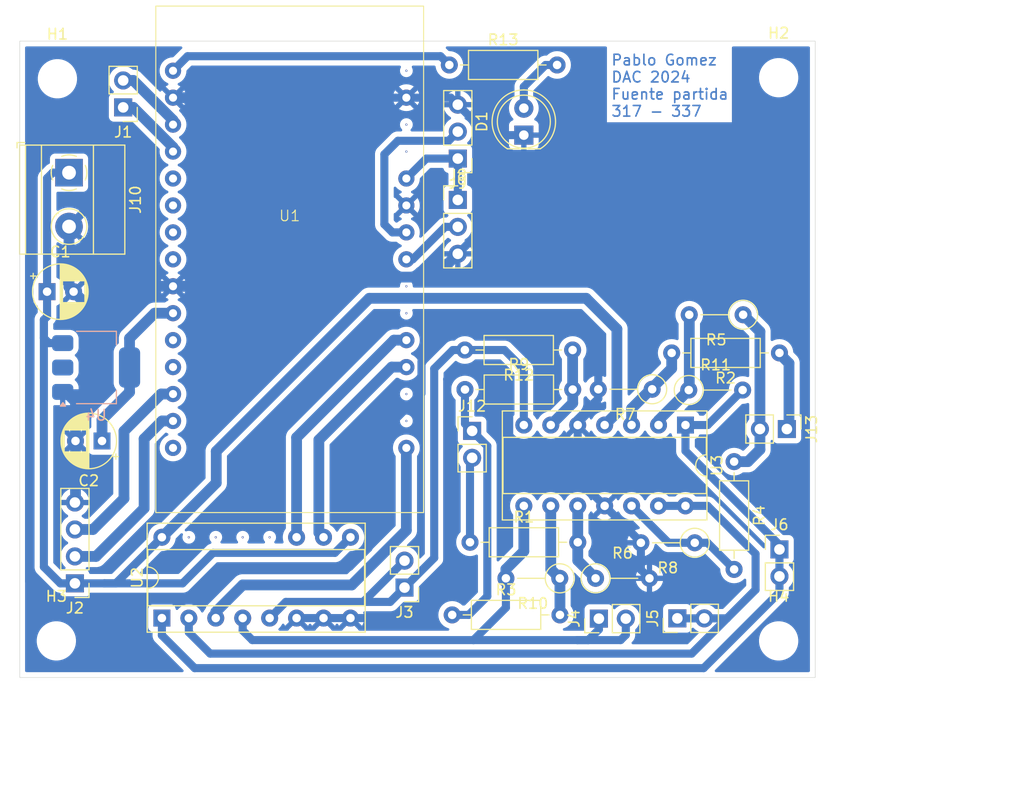
<source format=kicad_pcb>
(kicad_pcb (version 20240108) (generator "pcbnew") (generator_version "8.0")
  (layers (0 "F.Cu" signal) (31 "B.Cu" signal) (34 "B.Paste" user) (35 "F.Paste" user) (36 "B.SilkS" user "B.Silkscreen") (37 "F.SilkS" user "F.Silkscreen") (38 "B.Mask" user) (39 "F.Mask" user) (44 "Edge.Cuts" user))
  (net 0 "")
  (net 1 "GND")
  (net 2 "+5V")
  (net 3 "+3V3")
  (net 4 "Net-(D1-A)")
  (net 5 "RX_esp")
  (net 6 "TX_esp")
  (net 7 "I2C - SDA")
  (net 8 "I2C - SCL")
  (net 9 "Vadc-")
  (net 10 "Iadc-")
  (net 11 "Vadc+")
  (net 12 "Iadc+")
  (net 13 "BTN_MODE")
  (net 14 "BTN_SELECT")
  (net 15 "Io1+")
  (net 16 "Io1-")
  (net 17 "Vout-")
  (net 18 "Vout+")
  (net 19 "Net-(U3A--)")
  (net 20 "Net-(U3C-+)")
  (net 21 "Net-(U3A-+)")
  (net 22 "Net-(U3D-+)")
  (net 23 "Net-(U3C--)")
  (net 25 "B_mux")
  (net 30 "A_mux")
  (net 38 "Vadc")
  (net 39 "Net-(U3B--)")
  (footprint "Resistor_THT:R_Axial_DIN0207_L6.3mm_D2.5mm_P5.08mm_Vertical" (layer "F.Cu") (at 74.29 70.65)
    (property "Reference" "R6" (at 2.54 -2.37 360) (layer "F.SilkS"))
    (property "Value" "10k")
    (pad "1" thru_hole circle (at 0 0) (size 1.6 1.6) (drill 0.8) (layers "*.Cu" "*.Mask") (net 20 "Net-(U3C-+)"))
    (pad "2" thru_hole oval (at 5.08 0) (size 1.6 1.6) (drill 0.8) (layers "*.Cu" "*.Mask") (net 1 "GND"))
  )
  (footprint "Capacitor_THT:CP_Radial_D5.0mm_P2.50mm" (layer "F.Cu") (at 22.575 43.625)
    (property "Reference" "C1" (at 1.25 -3.75 0) (layer "F.SilkS"))
    (property "Value" "10uF")
    (pad "1" thru_hole rect (at 0 0) (size 1.6 1.6) (drill 0.8) (layers "*.Cu" "*.Mask") (net 2 "+5V"))
    (pad "2" thru_hole circle (at 2.5 0) (size 1.6 1.6) (drill 0.8) (layers "*.Cu" "*.Mask") (net 1 "GND"))
  )
  (footprint "Resistor_THT:R_Axial_DIN0207_L6.3mm_D2.5mm_P5.08mm_Vertical" (layer "F.Cu") (at 70.915 70.65 180)
    (property "Reference" "R10" (at 2.54 -2.37 360) (layer "F.SilkS"))
    (property "Value" "10k")
    (pad "1" thru_hole circle (at 0 0 180) (size 1.6 1.6) (drill 0.8) (layers "*.Cu" "*.Mask") (net 23 "Net-(U3C--)"))
    (pad "2" thru_hole oval (at 5.08 0 180) (size 1.6 1.6) (drill 0.8) (layers "*.Cu" "*.Mask") (net 10 "Iadc-"))
  )
  (footprint "MountingHole:MountingHole_3.2mm_M3" (layer "F.Cu") (at 91.55 23.45)
    (property "Reference" "H2" (at 0 -4.2 0) (layer "F.SilkS"))
    (property "Value" "MountingHole")
    (pad "" np_thru_hole circle (at 0 0) (size 3.2 3.2) (drill 3.2) (layers "*.Cu" "*.Mask"))
  )
  (footprint "LED_THT:LED_D5.0mm" (layer "F.Cu") (at 67.525 28.865 90)
    (property "Reference" "D1" (at 1.27 -3.96 90) (layer "F.SilkS"))
    (property "Value" "LED")
    (pad "1" thru_hole rect (at 0 0 90) (size 1.8 1.8) (drill 0.9) (layers "*.Cu" "*.Mask") (net 1 "GND"))
    (pad "2" thru_hole circle (at 2.54 0 90) (size 1.8 1.8) (drill 0.9) (layers "*.Cu" "*.Mask") (net 4 "Net-(D1-A)"))
  )
  (footprint "Connector_PinHeader_2.54mm:PinHeader_1x04_P2.54mm_Vertical" (layer "F.Cu") (at 25.2 71.125 180)
    (property "Reference" "J2" (at 0 -2.33 360) (layer "F.SilkS"))
    (property "Value" "LCD16x2")
    (pad "1" thru_hole rect (at 0 0 180) (size 1.7 1.7) (drill 1) (layers "*.Cu" "*.Mask") (net 2 "+5V"))
    (pad "2" thru_hole oval (at 0 2.54 180) (size 1.7 1.7) (drill 1) (layers "*.Cu" "*.Mask") (net 8 "I2C - SCL"))
    (pad "3" thru_hole oval (at 0 5.08 180) (size 1.7 1.7) (drill 1) (layers "*.Cu" "*.Mask") (net 7 "I2C - SDA"))
    (pad "4" thru_hole oval (at 0 7.62 180) (size 1.7 1.7) (drill 1) (layers "*.Cu" "*.Mask") (net 1 "GND"))
  )
  (footprint "Connector_PinHeader_2.54mm:PinHeader_1x02_P2.54mm_Vertical" (layer "F.Cu") (at 74.6 74.45 90)
    (property "Reference" "J4" (at 0 -2.33 90) (layer "F.SilkS"))
    (property "Value" "Vadj-" (hide yes))
    (pad "1" thru_hole rect (at 0 0 90) (size 1.7 1.7) (drill 1) (layers "*.Cu" "*.Mask") (net 10 "Iadc-"))
    (pad "2" thru_hole oval (at 0 2.54 90) (size 1.7 1.7) (drill 1) (layers "*.Cu" "*.Mask") (net 10 "Iadc-"))
  )
  (footprint "Resistor_THT:R_Axial_DIN0207_L6.3mm_D2.5mm_P10.16mm_Horizontal" (layer "F.Cu") (at 60.77 74.1)
    (property "Reference" "R3" (at 5.08 -2.37 360) (layer "F.SilkS"))
    (property "Value" "10k")
    (pad "1" thru_hole circle (at 0 0) (size 1.6 1.6) (drill 0.8) (layers "*.Cu" "*.Mask") (net 17 "Vout-"))
    (pad "2" thru_hole oval (at 10.16 0) (size 1.6 1.6) (drill 0.8) (layers "*.Cu" "*.Mask") (net 23 "Net-(U3C--)"))
  )
  (footprint "MountingHole:MountingHole_3.2mm_M3" (layer "F.Cu") (at 23.45 76.55)
    (property "Reference" "H3" (at 0 -4.2 0) (layer "F.SilkS"))
    (property "Value" "MountingHole")
    (pad "" np_thru_hole circle (at 0 0) (size 3.2 3.2) (drill 3.2) (layers "*.Cu" "*.Mask"))
  )
  (footprint "Resistor_THT:R_Axial_DIN0207_L6.3mm_D2.5mm_P5.08mm_Vertical" (layer "F.Cu") (at 88.2 45.8 180)
    (property "Reference" "R5" (at 2.54 -2.37 360) (layer "F.SilkS"))
    (property "Value" "10k")
    (pad "1" thru_hole circle (at 0 0 180) (size 1.6 1.6) (drill 0.8) (layers "*.Cu" "*.Mask") (net 18 "Vout+"))
    (pad "2" thru_hole oval (at 5.08 0 180) (size 1.6 1.6) (drill 0.8) (layers "*.Cu" "*.Mask") (net 19 "Net-(U3A--)"))
  )
  (footprint "Package_DIP:CERDIP-14_W7.62mm_SideBrazed_Socket" (layer "F.Cu") (at 82.765 56.2 -90)
    (property "Reference" "U3" (at 3.81 -2.965 90) (layer "F.SilkS"))
    (property "Value" "LM324")
    (pad "1" thru_hole rect (at 0 0 270) (size 1.6 1.6) (drill 0.8) (layers "*.Cu" "*.Mask") (net 12 "Iadc+"))
    (pad "2" thru_hole circle (at 0 2.54 270) (size 1.6 1.6) (drill 0.8) (layers "*.Cu" "*.Mask") (net 19 "Net-(U3A--)"))
    (pad "3" thru_hole circle (at 0 5.08 270) (size 1.6 1.6) (drill 0.8) (layers "*.Cu" "*.Mask") (net 21 "Net-(U3A-+)"))
    (pad "4" thru_hole circle (at 0 7.62 270) (size 1.6 1.6) (drill 0.8) (layers "*.Cu" "*.Mask") (net 2 "+5V"))
    (pad "5" thru_hole circle (at 0 10.16 270) (size 1.6 1.6) (drill 0.8) (layers "*.Cu" "*.Mask") (net 1 "GND"))
    (pad "6" thru_hole circle (at 0 12.7 270) (size 1.6 1.6) (drill 0.8) (layers "*.Cu" "*.Mask") (net 39 "Net-(U3B--)"))
    (pad "7" thru_hole circle (at 0 15.24 270) (size 1.6 1.6) (drill 0.8) (layers "*.Cu" "*.Mask") (net 9 "Vadc-"))
    (pad "8" thru_hole circle (at 7.62 15.24 270) (size 1.6 1.6) (drill 0.8) (layers "*.Cu" "*.Mask") (net 10 "Iadc-"))
    (pad "9" thru_hole circle (at 7.62 12.7 270) (size 1.6 1.6) (drill 0.8) (layers "*.Cu" "*.Mask") (net 23 "Net-(U3C--)"))
    (pad "10" thru_hole circle (at 7.62 10.16 270) (size 1.6 1.6) (drill 0.8) (layers "*.Cu" "*.Mask") (net 20 "Net-(U3C-+)"))
    (pad "11" thru_hole circle (at 7.62 7.62 270) (size 1.6 1.6) (drill 0.8) (layers "*.Cu" "*.Mask") (net 1 "GND"))
    (pad "12" thru_hole circle (at 7.62 5.08 270) (size 1.6 1.6) (drill 0.8) (layers "*.Cu" "*.Mask") (net 22 "Net-(U3D-+)"))
    (pad "13" thru_hole circle (at 7.62 2.54 270) (size 1.6 1.6) (drill 0.8) (layers "*.Cu" "*.Mask") (net 11 "Vadc+"))
    (pad "14" thru_hole circle (at 7.62 0 270) (size 1.6 1.6) (drill 0.8) (layers "*.Cu" "*.Mask") (net 11 "Vadc+"))
  )
  (footprint "Connector_PinHeader_2.54mm:PinHeader_1x03_P2.54mm_Vertical" (layer "F.Cu") (at 61.3 34.975)
    (property "Reference" "J8" (at 0 -2.33 360) (layer "F.SilkS"))
    (property "Value" "BTN_MODE")
    (pad "1" thru_hole rect (at 0 0) (size 1.7 1.7) (drill 1) (layers "*.Cu" "*.Mask") (net 3 "+3V3"))
    (pad "2" thru_hole oval (at 0 2.54) (size 1.7 1.7) (drill 1) (layers "*.Cu" "*.Mask") (net 13 "BTN_MODE"))
    (pad "3" thru_hole oval (at 0 5.08) (size 1.7 1.7) (drill 1) (layers "*.Cu" "*.Mask") (net 1 "GND"))
  )
  (footprint "Resistor_THT:R_Axial_DIN0207_L6.3mm_D2.5mm_P10.16mm_Horizontal" (layer "F.Cu") (at 61.975 52.85)
    (property "Reference" "R9" (at 5.08 -2.37 360) (layer "F.SilkS"))
    (property "Value" "10k")
    (pad "1" thru_hole circle (at 0 0) (size 1.6 1.6) (drill 0.8) (layers "*.Cu" "*.Mask") (net 17 "Vout-"))
    (pad "2" thru_hole oval (at 10.16 0) (size 1.6 1.6) (drill 0.8) (layers "*.Cu" "*.Mask") (net 39 "Net-(U3B--)"))
  )
  (footprint "Resistor_THT:R_Axial_DIN0207_L6.3mm_D2.5mm_P5.08mm_Vertical" (layer "F.Cu") (at 79.625 52.825 180)
    (property "Reference" "R7" (at 2.54 -2.37 360) (layer "F.SilkS"))
    (property "Value" "10k")
    (pad "1" thru_hole circle (at 0 0 180) (size 1.6 1.6) (drill 0.8) (layers "*.Cu" "*.Mask") (net 21 "Net-(U3A-+)"))
    (pad "2" thru_hole oval (at 5.08 0 180) (size 1.6 1.6) (drill 0.8) (layers "*.Cu" "*.Mask") (net 1 "GND"))
  )
  (footprint "MountingHole:MountingHole_3.2mm_M3" (layer "F.Cu") (at 91.55 76.55)
    (property "Reference" "H4" (at 0 -4.2 0) (layer "F.SilkS"))
    (property "Value" "MountingHole")
    (pad "" np_thru_hole circle (at 0 0) (size 3.2 3.2) (drill 3.2) (layers "*.Cu" "*.Mask"))
  )
  (footprint "TerminalBlock_Phoenix:TerminalBlock_Phoenix_MKDS-1,5-2-5.08_1x02_P5.08mm_Horizontal" (layer "F.Cu") (at 24.645 32.405 -90)
    (property "Reference" "J10" (at 2.54 -6.26 90) (layer "F.SilkS"))
    (property "Value" "Alimentacion")
    (pad "1" thru_hole rect (at 0 0 270) (size 2.6 2.6) (drill 1.3) (layers "*.Cu" "*.Mask") (net 2 "+5V"))
    (pad "2" thru_hole circle (at 5.08 0 270) (size 2.6 2.6) (drill 1.3) (layers "*.Cu" "*.Mask") (net 1 "GND"))
  )
  (footprint "Connector_PinHeader_2.54mm:PinHeader_1x02_P2.54mm_Vertical" (layer "F.Cu") (at 56.275 71.525 180)
    (property "Reference" "J3" (at 0 -2.33 360) (layer "F.SilkS"))
    (property "Value" "Vadj+" (hide yes))
    (pad "1" thru_hole rect (at 0 0 180) (size 1.7 1.7) (drill 1) (layers "*.Cu" "*.Mask") (net 9 "Vadc-"))
    (pad "2" thru_hole oval (at 0 2.54 180) (size 1.7 1.7) (drill 1) (layers "*.Cu" "*.Mask") (net 9 "Vadc-"))
  )
  (footprint "Resistor_THT:R_Axial_DIN0207_L6.3mm_D2.5mm_P5.08mm_Vertical" (layer "F.Cu") (at 83.075 52.9)
    (property "Reference" "R11" (at 2.54 -2.37 0) (layer "F.SilkS"))
    (property "Value" "10k")
    (pad "1" thru_hole circle (at 0 0) (size 1.6 1.6) (drill 0.8) (layers "*.Cu" "*.Mask") (net 19 "Net-(U3A--)"))
    (pad "2" thru_hole oval (at 5.08 0) (size 1.6 1.6) (drill 0.8) (layers "*.Cu" "*.Mask") (net 12 "Iadc+"))
  )
  (footprint "Connector_PinHeader_2.54mm:PinHeader_1x02_P2.54mm_Vertical" (layer "F.Cu") (at 82 74.425 90)
    (property "Reference" "J5" (at 0 -2.33 90) (layer "F.SilkS"))
    (property "Value" "Vadj+" (hide yes))
    (pad "1" thru_hole rect (at 0 0 90) (size 1.7 1.7) (drill 1) (layers "*.Cu" "*.Mask") (net 11 "Vadc+"))
    (pad "2" thru_hole oval (at 0 2.54 90) (size 1.7 1.7) (drill 1) (layers "*.Cu" "*.Mask") (net 11 "Vadc+"))
  )
  (footprint "MountingHole:MountingHole_3.2mm_M3" (layer "F.Cu") (at 23.55 23.55)
    (property "Reference" "H1" (at 0 -4.2 0) (layer "F.SilkS"))
    (property "Value" "MountingHole")
    (pad "" np_thru_hole circle (at 0 0) (size 3.2 3.2) (drill 3.2) (layers "*.Cu" "*.Mask"))
  )
  (footprint "Connector_PinHeader_2.54mm:PinHeader_1x02_P2.54mm_Vertical" (layer "F.Cu") (at 91.625 67.925)
    (property "Reference" "J6" (at 0 -2.33 0) (layer "F.SilkS"))
    (property "Value" "Vadj-" (hide yes))
    (pad "1" thru_hole rect (at 0 0) (size 1.7 1.7) (drill 1) (layers "*.Cu" "*.Mask") (net 12 "Iadc+"))
    (pad "2" thru_hole oval (at 0 2.54) (size 1.7 1.7) (drill 1) (layers "*.Cu" "*.Mask") (net 12 "Iadc+"))
  )
  (footprint "Connector_PinHeader_2.54mm:PinHeader_1x02_P2.54mm_Vertical" (layer "F.Cu") (at 29.75 26.25 180)
    (property "Reference" "J1" (at 0 -2.33 360) (layer "F.SilkS"))
    (property "Value" "UART")
    (pad "1" thru_hole rect (at 0 0 180) (size 1.7 1.7) (drill 1) (layers "*.Cu" "*.Mask") (net 5 "RX_esp"))
    (pad "2" thru_hole oval (at 0 2.54 180) (size 1.7 1.7) (drill 1) (layers "*.Cu" "*.Mask") (net 6 "TX_esp"))
  )
  (footprint "Resistor_THT:R_Axial_DIN0207_L6.3mm_D2.5mm_P10.16mm_Horizontal" (layer "F.Cu") (at 87.35 59.65 -90)
    (property "Reference" "R4" (at 5.08 -2.37 90) (layer "F.SilkS"))
    (property "Value" "10k")
    (pad "1" thru_hole circle (at 0 0 270) (size 1.6 1.6) (drill 0.8) (layers "*.Cu" "*.Mask") (net 18 "Vout+"))
    (pad "2" thru_hole oval (at 10.16 0 270) (size 1.6 1.6) (drill 0.8) (layers "*.Cu" "*.Mask") (net 22 "Net-(U3D-+)"))
  )
  (footprint "Resistor_THT:R_Axial_DIN0207_L6.3mm_D2.5mm_P10.16mm_Horizontal" (layer "F.Cu") (at 62.45 67.25)
    (property "Reference" "R1" (at 5.08 -2.37 0) (layer "F.SilkS"))
    (property "Value" "10k")
    (pad "1" thru_hole circle (at 0 0) (size 1.6 1.6) (drill 0.8) (layers "*.Cu" "*.Mask") (net 16 "Io1-"))
    (pad "2" thru_hole oval (at 10.16 0) (size 1.6 1.6) (drill 0.8) (layers "*.Cu" "*.Mask") (net 20 "Net-(U3C-+)"))
  )
  (footprint "Componentes_Proyecto_Digitales:Esp-8266-DevKit" (layer "F.Cu") (at 45.45 40.575)
    (property "Reference" "U1" (at 0 -4.1 0) (layer "F.SilkS") (effects (font (thickness 0.1))))
    (property "Value" "~")
    (pad "1" thru_hole circle (at -11 -17.78) (size 1.524 1.524) (drill 0.762) (layers "*.Cu" "*.Mask") (net 3 "+3V3"))
    (pad "2" thru_hole circle (at -11 -15.24) (size 1.524 1.524) (drill 0.762) (layers "*.Cu" "*.Mask") (net 1 "GND"))
    (pad "3" thru_hole circle (at -11 -12.7) (size 1.524 1.524) (drill 0.762) (layers "*.Cu" "*.Mask") (net 6 "TX_esp"))
    (pad "4" thru_hole circle (at -11 -10.16) (size 1.524 1.524) (drill 0.762) (layers "*.Cu" "*.Mask") (net 5 "RX_esp"))
    (pad "5" thru_hole circle (at -11 -7.62) (size 1.524 1.524) (drill 0.762) (layers "*.Cu" "*.Mask"))
    (pad "6" thru_hole circle (at -11 -5.08) (size 1.524 1.524) (drill 0.762) (layers "*.Cu" "*.Mask"))
    (pad "7" thru_hole circle (at -11 -2.54) (size 1.524 1.524) (drill 0.762) (layers "*.Cu" "*.Mask"))
    (pad "8" thru_hole circle (at -11 0) (size 1.524 1.524) (drill 0.762) (layers "*.Cu" "*.Mask"))
    (pad "9" thru_hole circle (at -11 2.54) (size 1.524 1.524) (drill 0.762) (layers "*.Cu" "*.Mask") (net 1 "GND"))
    (pad "10" thru_hole circle (at -11 5.08) (size 1.524 1.524) (drill 0.762) (layers "*.Cu" "*.Mask") (net 3 "+3V3"))
    (pad "11" thru_hole circle (at -11 7.62) (size 1.524 1.524) (drill 0.762) (layers "*.Cu" "*.Mask"))
    (pad "12" thru_hole circle (at -11 10.16) (size 1.524 1.524) (drill 0.762) (layers "*.Cu" "*.Mask"))
    (pad "13" thru_hole circle (at -11 12.7) (size 1.524 1.524) (drill 0.762) (layers "*.Cu" "*.Mask") (net 7 "I2C - SDA"))
    (pad "14" thru_hole circle (at -11 15.24) (size 1.524 1.524) (drill 0.762) (layers "*.Cu" "*.Mask") (net 8 "I2C - SCL"))
    (pad "15" thru_hole circle (at -11 17.78) (size 1.524 1.524) (drill 0.762) (layers "*.Cu" "*.Mask"))
    (pad "16" thru_hole circle (at 10.9982 17.78) (size 1.524 1.524) (drill 0.762) (layers "*.Cu" "*.Mask") (net 38 "Vadc"))
    (pad "17" thru_hole circle (at 10.9982 15.24) (size 0.2 0.2) (drill 0.1) (layers "*.Cu" "*.Mask"))
    (pad "18" thru_hole circle (at 10.9982 12.7) (size 0.2 0.2) (drill 0.1) (layers "*.Cu" "*.Mask"))
    (pad "19" thru_hole circle (at 11 10.16) (size 1.524 1.524) (drill 0.762) (layers "*.Cu" "*.Mask") (net 25 "B_mux"))
    (pad "20" thru_hole circle (at 11 7.62) (size 1.524 1.524) (drill 0.762) (layers "*.Cu" "*.Mask") (net 30 "A_mux"))
    (pad "21" thru_hole circle (at 11 5.08) (size 0.2 0.2) (drill 0.1) (layers "*.Cu" "*.Mask"))
    (pad "22" thru_hole circle (at 11 2.54) (size 0.2 0.2) (drill 0.1) (layers "*.Cu" "*.Mask"))
    (pad "23" thru_hole circle (at 11 0) (size 1.524 1.524) (drill 0.762) (layers "*.Cu" "*.Mask") (net 13 "BTN_MODE"))
    (pad "24" thru_hole circle (at 11 -2.54) (size 1.524 1.524) (drill 0.762) (layers "*.Cu" "*.Mask") (net 14 "BTN_SELECT"))
    (pad "25" thru_hole circle (at 11 -5.08) (size 1.524 1.524) (drill 0.762) (layers "*.Cu" "*.Mask") (net 1 "GND"))
    (pad "26" thru_hole circle (at 11 -7.62) (size 1.524 1.524) (drill 0.762) (layers "*.Cu" "*.Mask") (net 3 "+3V3"))
    (pad "27" thru_hole circle (at 11 -10.16) (size 0.2 0.2) (drill 0.1) (layers "*.Cu" "*.Mask"))
    (pad "28" thru_hole circle (at 11 -12.7) (size 0.2 0.2) (drill 0.1) (layers "*.Cu" "*.Mask"))
    (pad "29" thru_hole circle (at 11 -15.24) (size 1.524 1.524) (drill 0.762) (layers "*.Cu" "*.Mask") (net 1 "GND"))
    (pad "30" thru_hole circle (at 11 -17.78) (size 0.2 0.2) (drill 0.1) (layers "*.Cu" "*.Mask"))
  )
  (footprint "Connector_PinHeader_2.54mm:PinHeader_1x02_P2.54mm_Vertical" (layer "F.Cu") (at 62.65 56.75)
    (property "Reference" "J12" (at 0 -2.33 360) (layer "F.SilkS"))
    (property "Value" "Vadj+")
    (pad "1" thru_hole rect (at 0 0) (size 1.7 1.7) (drill 1) (layers "*.Cu" "*.Mask") (net 17 "Vout-"))
    (pad "2" thru_hole oval (at 0 2.54) (size 1.7 1.7) (drill 1) (layers "*.Cu" "*.Mask") (net 16 "Io1-"))
  )
  (footprint "Connector_PinHeader_2.54mm:PinHeader_1x03_P2.54mm_Vertical" (layer "F.Cu") (at 61.3 31.075 180)
    (property "Reference" "J9" (at 0 -2.33 360) (layer "F.SilkS"))
    (property "Value" "BTN_SEL")
    (pad "1" thru_hole rect (at 0 0 180) (size 1.7 1.7) (drill 1) (layers "*.Cu" "*.Mask") (net 3 "+3V3"))
    (pad "2" thru_hole oval (at 0 2.54 180) (size 1.7 1.7) (drill 1) (layers "*.Cu" "*.Mask") (net 14 "BTN_SELECT"))
    (pad "3" thru_hole oval (at 0 5.08 180) (size 1.7 1.7) (drill 1) (layers "*.Cu" "*.Mask") (net 1 "GND"))
  )
  (footprint "Capacitor_THT:CP_Radial_D5.0mm_P2.50mm" (layer "F.Cu") (at 27.755112 57.7 180)
    (property "Reference" "C2" (at 1.25 -3.75 0) (layer "F.SilkS"))
    (property "Value" "10uF")
    (pad "1" thru_hole rect (at 0 0 180) (size 1.6 1.6) (drill 0.8) (layers "*.Cu" "*.Mask") (net 3 "+3V3"))
    (pad "2" thru_hole circle (at 2.5 0 180) (size 1.6 1.6) (drill 0.8) (layers "*.Cu" "*.Mask") (net 1 "GND"))
  )
  (footprint "Resistor_THT:R_Axial_DIN0207_L6.3mm_D2.5mm_P5.08mm_Vertical" (layer "F.Cu") (at 83.64 67.3 180)
    (property "Reference" "R8" (at 2.54 -2.37 360) (layer "F.SilkS"))
    (property "Value" "47k")
    (pad "1" thru_hole circle (at 0 0 180) (size 1.6 1.6) (drill 0.8) (layers "*.Cu" "*.Mask") (net 22 "Net-(U3D-+)"))
    (pad "2" thru_hole oval (at 5.08 0 180) (size 1.6 1.6) (drill 0.8) (layers "*.Cu" "*.Mask") (net 1 "GND"))
  )
  (footprint "Resistor_THT:R_Axial_DIN0207_L6.3mm_D2.5mm_P10.16mm_Horizontal" (layer "F.Cu") (at 91.625 49.4 180)
    (property "Reference" "R2" (at 5.08 -2.37 360) (layer "F.SilkS"))
    (property "Value" "10k")
    (pad "1" thru_hole circle (at 0 0 180) (size 1.6 1.6) (drill 0.8) (layers "*.Cu" "*.Mask") (net 15 "Io1+"))
    (pad "2" thru_hole oval (at 10.16 0 180) (size 1.6 1.6) (drill 0.8) (layers "*.Cu" "*.Mask") (net 21 "Net-(U3A-+)"))
  )
  (footprint "Resistor_THT:R_Axial_DIN0207_L6.3mm_D2.5mm_P10.16mm_Horizontal" (layer "F.Cu") (at 60.5 22.25)
    (property "Reference" "R13" (at 5.08 -2.37 0) (layer "F.SilkS"))
    (property "Value" "120")
    (pad "1" thru_hole circle (at 0 0) (size 1.6 1.6) (drill 0.8) (layers "*.Cu" "*.Mask") (net 3 "+3V3"))
    (pad "2" thru_hole oval (at 10.16 0) (size 1.6 1.6) (drill 0.8) (layers "*.Cu" "*.Mask") (net 4 "Net-(D1-A)"))
  )
  (footprint "Resistor_THT:R_Axial_DIN0207_L6.3mm_D2.5mm_P10.16mm_Horizontal" (layer "F.Cu") (at 72.125 49.125 180)
    (property "Reference" "R12" (at 5.08 -2.37 180) (layer "F.SilkS"))
    (property "Value" "10k")
    (pad "1" thru_hole circle (at 0 0 180) (size 1.6 1.6) (drill 0.8) (layers "*.Cu" "*.Mask") (net 39 "Net-(U3B--)"))
    (pad "2" thru_hole oval (at 10.16 0 180) (size 1.6 1.6) (drill 0.8) (layers "*.Cu" "*.Mask") (net 9 "Vadc-"))
  )
  (footprint "Connector_PinHeader_2.54mm:PinHeader_1x02_P2.54mm_Vertical" (layer "F.Cu") (at 92.325 56.575 -90)
    (property "Reference" "J13" (at 0 -2.33 90) (layer "F.SilkS"))
    (property "Value" "Vadj-")
    (pad "1" thru_hole rect (at 0 0 270) (size 1.7 1.7) (drill 1) (layers "*.Cu" "*.Mask") (net 15 "Io1+"))
    (pad "2" thru_hole oval (at 0 2.54 270) (size 1.7 1.7) (drill 1) (layers "*.Cu" "*.Mask") (net 18 "Vout+"))
  )
  (footprint "Package_DIP:CERDIP-16_W7.62mm_SideBrazed_Socket" (layer "F.Cu") (at 33.4 74.4 90)
    (property "Reference" "U2" (at 3.81 -2.33 90) (layer "F.SilkS"))
    (property "Value" "CD4051B")
    (pad "1" thru_hole rect (at 0 0 90) (size 1.6 1.6) (drill 0.8) (layers "*.Cu" "*.Mask") (net 12 "Iadc+"))
    (pad "2" thru_hole circle (at 0 2.54 90) (size 1.6 1.6) (drill 0.8) (layers "*.Cu" "*.Mask") (net 11 "Vadc+"))
    (pad "3" thru_hole circle (at 0 5.08 90) (size 1.6 1.6) (drill 0.8) (layers "*.Cu" "*.Mask") (net 38 "Vadc"))
    (pad "4" thru_hole circle (at 0 7.62 90) (size 1.6 1.6) (drill 0.8) (layers "*.Cu" "*.Mask") (net 10 "Iadc-"))
    (pad "5" thru_hole circle (at 0 10.16 90) (size 1.6 1.6) (drill 0.8) (layers "*.Cu" "*.Mask") (net 9 "Vadc-"))
    (pad "6" thru_hole circle (at 0 12.7 90) (size 1.6 1.6) (drill 0.8) (layers "*.Cu" "*.Mask") (net 1 "GND"))
    (pad "7" thru_hole circle (at 0 15.24 90) (size 1.6 1.6) (drill 0.8) (layers "*.Cu" "*.Mask") (net 1 "GND"))
    (pad "8" thru_hole circle (at 0 17.78 90) (size 1.6 1.6) (drill 0.8) (layers "*.Cu" "*.Mask") (net 1 "GND"))
    (pad "9" thru_hole circle (at 7.62 17.78 90) (size 1.6 1.6) (drill 0.8) (layers "*.Cu" "*.Mask") (net 2 "+5V"))
    (pad "10" thru_hole circle (at 7.62 15.24 90) (size 1.6 1.6) (drill 0.8) (layers "*.Cu" "*.Mask") (net 25 "B_mux"))
    (pad "11" thru_hole circle (at 7.62 12.7 90) (size 1.6 1.6) (drill 0.8) (layers "*.Cu" "*.Mask") (net 30 "A_mux"))
    (pad "12" thru_hole circle (at 7.62 10.16 90) (size 0.2 0.2) (drill 0.1) (layers "*.Cu" "*.Mask"))
    (pad "13" thru_hole circle (at 7.62 7.62 90) (size 0.2 0.2) (drill 0.1) (layers "*.Cu" "*.Mask"))
    (pad "14" thru_hole circle (at 7.62 5.08 90) (size 0.2 0.2) (drill 0.1) (layers "*.Cu" "*.Mask"))
    (pad "15" thru_hole circle (at 7.62 2.54 90) (size 0.2 0.2) (drill 0.1) (layers "*.Cu" "*.Mask"))
    (pad "16" thru_hole circle (at 7.62 0 90) (size 1.6 1.6) (drill 0.8) (layers "*.Cu" "*.Mask") (net 2 "+5V"))
  )
  (footprint "Package_TO_SOT_SMD:SOT-223-3_TabPin2" (layer "B.Cu") (at 27.2 50.775)
    (property "Reference" "U4" (at 0 4.5 0) (layer "B.SilkS") (effects (justify mirror)))
    (property "Value" "AMS1117-3.3")
    (pad "1" smd roundrect (at -3.15 2.3) (size 2 1.5) (layers "B.Cu" "B.Paste" "B.Mask") (net 1 "GND"))
    (pad "2" smd roundrect (at -3.15 0) (size 2 1.5) (layers "B.Cu" "B.Paste" "B.Mask") (net 3 "+3V3"))
    (pad "2" smd roundrect (at 3.15 0) (size 2 3.8) (layers "B.Cu" "B.Paste" "B.Mask") (net 3 "+3V3"))
    (pad "3" smd roundrect (at -3.15 -2.3) (size 2 1.5) (layers "B.Cu" "B.Paste" "B.Mask") (net 2 "+5V"))
  )
  (gr_rect (start 20 20) (end 95 80) (stroke (width 0.05)) (fill none) (layer "Edge.Cuts"))
  (gr_text "Pablo Gomez\nDAC 2024\nFuente partida\n317 - 337" (at 75.7 27.2 0) (layer "B.Cu") (effects (font (size 1 1)) (justify left bottom)))
  (segment (start 35.685 25.335) (end 34.45 25.335) (width 1.016) (layer "B.Cu") (net 1))
  (segment (start 74.545 48.42) (end 73.175 47.05) (width 0.762) (layer "B.Cu") (net 1))
  (segment (start 61.05 47.05) (end 57.875 50.225) (width 0.762) (layer "B.Cu") (net 1))
  (segment (start 72.605 55.645) (end 72.605 56.2) (width 0.762) (layer "B.Cu") (net 1))
  (segment (start 25.075 43.625) (end 26.625 45.175) (width 1.016) (layer "B.Cu") (net 1))
  (segment (start 79.37 70.65) (end 78.56 69.84) (width 0.762) (layer "B.Cu") (net 1))
  (segment (start 22.2 29.075) (end 26.2 29.075) (width 0.762) (layer "B.Cu") (net 1))
  (segment (start 63.175 38.18) (end 61.3 40.055) (width 0.762) (layer "B.Cu") (net 1))
  (segment (start 20.881 30.394) (end 22.2 29.075) (width 0.762) (layer "B.Cu") (net 1))
  (segment (start 40.59 25.335) (end 36.8 29.125) (width 0.762) (layer "B.Cu") (net 1))
  (segment (start 51.91 43.115) (end 52.775 42.25) (width 1.016) (layer "B.Cu") (net 1))
  (segment (start 63.175 27.95) (end 63.175 38.18) (width 0.762) (layer "B.Cu") (net 1))
  (segment (start 60.3 51.875) (end 61.1 51.075) (width 0.762) (layer "B.Cu") (net 1))
  (segment (start 60.64 25.335) (end 61.3 25.995) (width 0.762) (layer "B.Cu") (net 1))
  (segment (start 67.525 28.865) (end 64.09 28.865) (width 0.762) (layer "B.Cu") (net 1))
  (segment (start 25.255112 57.7) (end 25.255112 54.005112) (width 1.016) (layer "B.Cu") (net 1))
  (segment (start 27.175 34.955) (end 24.645 37.485) (width 0.762) (layer "B.Cu") (net 1))
  (segment (start 52.875 67.8) (end 51.111 69.564) (width 0.762) (layer "B.Cu") (net 1))
  (segment (start 25.255112 54.005112) (end 24.325 53.075) (width 1.016) (layer "B.Cu") (net 1))
  (segment (start 24.325 53.075) (end 24.05 53.075) (width 1.016) (layer "B.Cu") (net 1))
  (segment (start 73.575 62.25) (end 75.145 63.82) (width 0.762) (layer "B.Cu") (net 1))
  (segment (start 48.64 74.4) (end 51.18 74.4) (width 0.762) (layer "B.Cu") (net 1))
  (segment (start 74.545 53.705) (end 72.605 55.645) (width 0.762) (layer "B.Cu") (net 1))
  (segment (start 26.625 45.175) (end 26.625 52.635224) (width 1.016) (layer "B.Cu") (net 1))
  (segment (start 68.1 60.75) (end 72.075 60.75) (width 0.762) (layer "B.Cu") (net 1))
  (segment (start 64.09 28.865) (end 63.175 27.95) (width 0.762) (layer "B.Cu") (net 1))
  (segment (start 36.8 42.3) (end 36.8 30.95) (width 1.016) (layer "B.Cu") (net 1))
  (segment (start 24.645 40.9) (end 24.645 41.17) (width 1.016) (layer "B.Cu") (net 1))
  (segment (start 59.105 42.25) (end 61.3 40.055) (width 1.016) (layer "B.Cu") (net 1))
  (segment (start 74.545 52.825) (end 74.545 48.42) (width 0.762) (layer "B.Cu") (net 1))
  (segment (start 31.06 43.115) (end 34.45 43.115) (width 1.016) (layer "B.Cu") (net 1))
  (segment (start 57.3 74.4) (end 60.3 71.4) (width 0.762) (layer "B.Cu") (net 1))
  (segment (start 57.875 53.2) (end 52.875 58.2) (width 0.762) (layer "B.Cu") (net 1))
  (segment (start 22.7 72.725) (end 20.881 70.906) (width 0.762) (layer "B.Cu") (net 1))
  (segment (start 39.436 69.564) (end 36.275 72.725) (width 0.762) (layer "B.Cu") (net 1))
  (segment (start 72.075 60.75) (end 73.575 62.25) (width 0.762) (layer "B.Cu") (net 1))
  (segment (start 66.144 53.744) (end 66.144 58.794) (width 0.762) (layer "B.Cu") (net 1))
  (segment (start 26.2 29.075) (end 27.175 30.05) (width 0.762) (layer "B.Cu") (net 1))
  (segment (start 24.645 37.485) (end 24.645 43.195) (width 1.016) (layer "B.Cu") (net 1))
  (segment (start 51.111 69.564) (end 39.436 69.564) (width 0.762) (layer "B.Cu") (net 1))
  (segment (start 61.3 25.995) (end 64.09 28.785) (width 0.762) (layer "B.Cu") (net 1))
  (segment (start 36.275 72.725) (end 22.7 72.725) (width 0.762) (layer "B.Cu") (net 1))
  (segment (start 72.605 56.2) (end 72.605 58.98) (width 0.762) (layer "B.Cu") (net 1))
  (segment (start 78.56 67.235) (end 75.145 63.82) (width 0.762) (layer "B.Cu") (net 1))
  (segment (start 26.625 52.635224) (end 25.255112 54.005112) (width 1.016) (layer "B.Cu") (net 1))
  (segment (start 36.8 29.125) (end 36.8 30.95) (width 0.762) (layer "B.Cu") (net 1))
  (segment (start 74.545 52.825) (end 74.545 53.705) (width 0.762) (layer "B.Cu") (net 1))
  (segment (start 26.625 48.175) (end 26.625 47.55) (width 1.016) (layer "B.Cu") (net 1))
  (segment (start 61.1 51.075) (end 63.475 51.075) (width 0.762) (layer "B.Cu") (net 1))
  (segment (start 56.45 25.335) (end 40.59 25.335) (width 0.762) (layer "B.Cu") (net 1))
  (segment (start 25.2 63.505) (end 25.255112 63.449888) (width 1.016) (layer "B.Cu") (net 1))
  (segment (start 56.45 25.335) (end 60.64 25.335) (width 0.762) (layer "B.Cu") (net 1))
  (segment (start 72.605 58.98) (end 73.575 59.95) (width 0.762) (layer "B.Cu") (net 1))
  (segment (start 52.875 58.2) (end 52.875 67.8) (width 0.762) (layer "B.Cu") (net 1))
  (segment (start 60.3 71.4) (end 60.3 51.875) (width 0.762) (layer "B.Cu") (net 1))
  (segment (start 64.09 28.785) (end 64.09 28.865) (width 0.762) (layer "B.Cu") (net 1))
  (segment (start 25.255112 63.449888) (end 25.255112 57.7) (width 1.016) (layer "B.Cu") (net 1))
  (segment (start 24.645 43.195) (end 25.075 43.625) (width 1.016) (layer "B.Cu") (net 1))
  (segment (start 78.56 67.3) (end 78.56 67.235) (width 0.762) (layer "B.Cu") (net 1))
  (segment (start 66.144 58.794) (end 68.1 60.75) (width 0.762) (layer "B.Cu") (net 1))
  (segment (start 20.881 70.906) (end 20.881 30.394) (width 0.762) (layer "B.Cu") (net 1))
  (segment (start 63.475 51.075) (end 66.144 53.744) (width 0.762) (layer "B.Cu") (net 1))
  (segment (start 73.175 47.05) (end 61.05 47.05) (width 0.762) (layer "B.Cu") (net 1))
  (segment (start 46.1 74.4) (end 48.64 74.4) (width 0.762) (layer "B.Cu") (net 1))
  (segment (start 27.175 30.05) (end 27.175 34.955) (width 0.762) (layer "B.Cu") (net 1))
  (segment (start 52.775 42.25) (end 59.105 42.25) (width 1.016) (layer "B.Cu") (net 1))
  (segment (start 26.625 47.55) (end 31.06 43.115) (width 1.016) (layer "B.Cu") (net 1))
  (segment (start 36.8 30.95) (end 36.8 26.45) (width 1.016) (layer "B.Cu") (net 1))
  (segment (start 57.875 50.225) (end 57.875 53.2) (width 0.762) (layer "B.Cu") (net 1))
  (segment (start 34.45 43.115) (end 35.985 43.115) (width 1.016) (layer "B.Cu") (net 1))
  (segment (start 78.56 69.84) (end 78.56 67.3) (width 0.762) (layer "B.Cu") (net 1))
  (segment (start 51.18 74.4) (end 57.3 74.4) (width 0.762) (layer "B.Cu") (net 1))
  (segment (start 73.575 59.95) (end 73.575 62.25) (width 0.762) (layer "B.Cu") (net 1))
  (segment (start 72.565 56.2) (end 72.605 56.2) (width 1.016) (layer "B.Cu") (net 1))
  (segment (start 36.8 26.45) (end 35.685 25.335) (width 1.016) (layer "B.Cu") (net 1))
  (segment (start 34.45 43.115) (end 51.91 43.115) (width 1.016) (layer "B.Cu") (net 1))
  (segment (start 35.985 43.115) (end 36.8 42.3) (width 1.016) (layer "B.Cu") (net 1))
  (segment (start 38.525 61.655) (end 33.4 66.78) (width 1.016) (layer "B.Cu") (net 2))
  (segment (start 22.575 45.975) (end 22.275 46.275) (width 0.762) (layer "B.Cu") (net 2))
  (segment (start 27.975 71.125) (end 29.055 71.125) (width 0.762) (layer "B.Cu") (net 2))
  (segment (start 27.975 71.125) (end 35.35 71.125) (width 0.762) (layer "B.Cu") (net 2))
  (segment (start 38.525 58.675) (end 38.525 61.655) (width 1.016) (layer "B.Cu") (net 2))
  (segment (start 76.3 55.045) (end 76.3 47.15) (width 1.016) (layer "B.Cu") (net 2))
  (segment (start 22.275 48) (end 22.275 46.275) (width 0.762) (layer "B.Cu") (net 2))
  (segment (start 23.825 71.125) (end 25.2 71.125) (width 0.762) (layer "B.Cu") (net 2))
  (segment (start 23.095 32.405) (end 22.575 32.925) (width 0.762) (layer "B.Cu") (net 2))
  (segment (start 22.575 32.925) (end 22.575 43.625) (width 0.762) (layer "B.Cu") (net 2))
  (segment (start 38.225 68.25) (end 49.71 68.25) (width 0.762) (layer "B.Cu") (net 2))
  (segment (start 22.275 46.275) (end 22.275 69.575) (width 0.762) (layer "B.Cu") (net 2))
  (segment (start 49.71 68.25) (end 51.18 66.78) (width 0.762) (layer "B.Cu") (net 2))
  (segment (start 75.145 56.2) (end 76.3 55.045) (width 1.016) (layer "B.Cu") (net 2))
  (segment (start 52.95 44.25) (end 38.525 58.675) (width 1.016) (layer "B.Cu") (net 2))
  (segment (start 24.05 48.475) (end 22.75 48.475) (width 0.762) (layer "B.Cu") (net 2))
  (segment (start 76.3 47.15) (end 73.4 44.25) (width 1.016) (layer "B.Cu") (net 2))
  (segment (start 51.18 67.045) (end 51.18 66.78) (width 1.016) (layer "B.Cu") (net 2))
  (segment (start 35.35 71.125) (end 38.225 68.25) (width 0.762) (layer "B.Cu") (net 2))
  (segment (start 25.2 71.125) (end 27.975 71.125) (width 0.762) (layer "B.Cu") (net 2))
  (segment (start 24.645 32.405) (end 23.095 32.405) (width 0.762) (layer "B.Cu") (net 2))
  (segment (start 22.75 48.475) (end 22.275 48) (width 0.762) (layer "B.Cu") (net 2))
  (segment (start 22.275 69.575) (end 23.825 71.125) (width 0.762) (layer "B.Cu") (net 2))
  (segment (start 29.055 71.125) (end 33.4 66.78) (width 0.762) (layer "B.Cu") (net 2))
  (segment (start 22.575 43.625) (end 22.575 45.975) (width 0.762) (layer "B.Cu") (net 2))
  (segment (start 73.4 44.25) (end 52.95 44.25) (width 1.016) (layer "B.Cu") (net 2))
  (segment (start 35.819999 21.425001) (end 34.45 22.795) (width 0.762) (layer "B.Cu") (net 3))
  (segment (start 27.755112 57.7) (end 27.755112 55.694888) (width 1.016) (layer "B.Cu") (net 3))
  (segment (start 32.72 45.655) (end 34.45 45.655) (width 1.016) (layer "B.Cu") (net 3))
  (segment (start 60.5 22.25) (end 59.675001 21.425001) (width 0.762) (layer "B.Cu") (net 3))
  (segment (start 58.33 31.075) (end 61.3 31.075) (width 0.762) (layer "B.Cu") (net 3))
  (segment (start 30.35 53.1) (end 30.35 50.775) (width 1.016) (layer "B.Cu") (net 3))
  (segment (start 30.35 48.025) (end 32.72 45.655) (width 1.016) (layer "B.Cu") (net 3))
  (segment (start 59.675001 21.425001) (end 35.819999 21.425001) (width 0.762) (layer "B.Cu") (net 3))
  (segment (start 27.755112 55.694888) (end 30.35 53.1) (width 1.016) (layer "B.Cu") (net 3))
  (segment (start 56.45 32.955) (end 58.33 31.075) (width 0.762) (layer "B.Cu") (net 3))
  (segment (start 61.3 31.075) (end 61.3 34.975) (width 0.762) (layer "B.Cu") (net 3))
  (segment (start 30.35 50.775) (end 30.35 48.025) (width 1.016) (layer "B.Cu") (net 3))
  (segment (start 69.575 22.25) (end 67.525 24.3) (width 0.762) (layer "B.Cu") (net 4))
  (segment (start 67.525 24.3) (end 67.525 26.325) (width 0.762) (layer "B.Cu") (net 4))
  (segment (start 70.66 22.25) (end 69.575 22.25) (width 0.762) (layer "B.Cu") (net 4))
  (segment (start 34.45 30) (end 34.45 30.415) (width 1.016) (layer "B.Cu") (net 5))
  (segment (start 29.75 26.25) (end 30.7 26.25) (width 1.016) (layer "B.Cu") (net 5))
  (segment (start 30.7 26.25) (end 34.45 30) (width 1.016) (layer "B.Cu") (net 5))
  (segment (start 29.75 23.71) (end 30.71 23.71) (width 1.016) (layer "B.Cu") (net 6))
  (segment (start 34.45 27.45) (end 34.45 27.875) (width 1.016) (layer "B.Cu") (net 6))
  (segment (start 30.71 23.71) (end 34.45 27.45) (width 1.016) (layer "B.Cu") (net 6))
  (segment (start 33.325 53.275) (end 34.45 53.275) (width 1.016) (layer "B.Cu") (net 7))
  (segment (start 29.825 63.125) (end 29.825 56.775) (width 1.016) (layer "B.Cu") (net 7))
  (segment (start 26.905 66.045) (end 29.825 63.125) (width 1.016) (layer "B.Cu") (net 7))
  (segment (start 29.825 56.775) (end 33.325 53.275) (width 1.016) (layer "B.Cu") (net 7))
  (segment (start 25.2 66.045) (end 26.905 66.045) (width 1.016) (layer "B.Cu") (net 7))
  (segment (start 34.45 55.815) (end 33.41 55.815) (width 1.016) (layer "B.Cu") (net 8))
  (segment (start 27.19 68.585) (end 25.2 68.585) (width 1.016) (layer "B.Cu") (net 8))
  (segment (start 33.41 55.815) (end 31.725 57.5) (width 1.016) (layer "B.Cu") (net 8))
  (segment (start 31.725 64.05) (end 27.19 68.585) (width 1.016) (layer "B.Cu") (net 8))
  (segment (start 31.725 57.5) (end 31.725 64.05) (width 1.016) (layer "B.Cu") (net 8))
  (segment (start 56.275 71.525) (end 59.075 68.725) (width 0.762) (layer "B.Cu") (net 9))
  (segment (start 45.085 72.875) (end 52.5 72.875) (width 0.762) (layer "B.Cu") (net 9))
  (segment (start 60.83363 49.125) (end 61.965 49.125) (width 0.762) (layer "B.Cu") (net 9))
  (segment (start 52.5 72.875) (end 54.925 72.875) (width 0.762) (layer "B.Cu") (net 9))
  (segment (start 52.5 72.875) (end 52.5 72.76) (width 0.762) (layer "B.Cu") (net 9))
  (segment (start 61.965 49.125) (end 65.7 49.125) (width 0.762) (layer "B.Cu") (net 9))
  (segment (start 43.56 74.4) (end 45.085 72.875) (width 0.762) (layer "B.Cu") (net 9))
  (segment (start 61.965 49.125) (end 61.99 49.1) (width 1.016) (layer "B.Cu") (net 9))
  (segment (start 59.075 68.725) (end 59.075 50.88363) (width 0.762) (layer "B.Cu") (net 9))
  (segment (start 59.075 50.88363) (end 60.83363 49.125) (width 0.762) (layer "B.Cu") (net 9))
  (segment (start 65.7 49.125) (end 67.525 50.95) (width 0.762) (layer "B.Cu") (net 9))
  (segment (start 67.525 50.95) (end 67.525 56.2) (width 0.762) (layer "B.Cu") (net 9))
  (segment (start 52.5 72.76) (end 56.275 68.985) (width 0.762) (layer "B.Cu") (net 9))
  (segment (start 54.925 72.875) (end 56.275 71.525) (width 0.762) (layer "B.Cu") (net 9))
  (segment (start 62.775 76.475) (end 72.575 76.475) (width 0.762) (layer "B.Cu") (net 10))
  (segment (start 65.835 69.79) (end 65.835 70.65) (width 1.016) (layer "B.Cu") (net 10))
  (segment (start 72.575 76.475) (end 73.6 76.475) (width 0.762) (layer "B.Cu") (net 10))
  (segment (start 41.02 75.57) (end 41.925 76.475) (width 0.762) (layer "B.Cu") (net 10))
  (segment (start 72.575 76.475) (end 76.65 76.475) (width 0.762) (layer "B.Cu") (net 10))
  (segment (start 65.835 73.415) (end 65.835 70.65) (width 0.762) (layer "B.Cu") (net 10))
  (segment (start 76.65 76.475) (end 77.14 75.985) (width 0.762) (layer "B.Cu") (net 10))
  (segment (start 62.775 76.475) (end 65.835 73.415) (width 0.762) (layer "B.Cu") (net 10))
  (segment (start 77.14 75.985) (end 77.14 74.45) (width 0.762) (layer "B.Cu") (net 10))
  (segment (start 74.6 75.475) (end 74.6 74.45) (width 0.762) (layer "B.Cu") (net 10))
  (segment (start 41.925 76.475) (end 62.775 76.475) (width 0.762) (layer "B.Cu") (net 10))
  (segment (start 67.525 63.82) (end 67.525 68.1) (width 1.016) (layer "B.Cu") (net 10))
  (segment (start 41.02 74.4) (end 41.02 75.57) (width 0.762) (layer "B.Cu") (net 10))
  (segment (start 67.525 68.1) (end 65.835 69.79) (width 1.016) (layer "B.Cu") (net 10))
  (segment (start 73.6 76.475) (end 74.6 75.475) (width 0.762) (layer "B.Cu") (net 10))
  (segment (start 84.845 63.82) (end 89.375 68.35) (width 0.762) (layer "B.Cu") (net 11))
  (segment (start 86.675 74.425) (end 84.54 74.425) (width 0.762) (layer "B.Cu") (net 11))
  (segment (start 82.765 63.82) (end 84.845 63.82) (width 0.762) (layer "B.Cu") (net 11))
  (segment (start 80.225 63.82) (end 82.765 63.82) (width 0.762) (layer "B.Cu") (net 11))
  (segment (start 84.54 74.425) (end 82 74.425) (width 0.762) (layer "B.Cu") (net 11))
  (segment (start 83.35 77.75) (end 37.95 77.75) (width 0.762) (layer "B.Cu") (net 11))
  (segment (start 89.375 68.35) (end 89.375 71.725) (width 0.762) (layer "B.Cu") (net 11))
  (segment (start 89.375 71.725) (end 86.675 74.425) (width 0.762) (layer "B.Cu") (net 11))
  (segment (start 86.675 74.425) (end 83.35 77.75) (width 0.762) (layer "B.Cu") (net 11))
  (segment (start 37.95 77.75) (end 35.94 75.74) (width 0.762) (layer "B.Cu") (net 11))
  (segment (start 35.94 75.74) (end 35.94 74.4) (width 0.762) (layer "B.Cu") (net 11))
  (segment (start 91.625 67.5) (end 82.765 58.64) (width 0.762) (layer "B.Cu") (net 12))
  (segment (start 82.765 58.64) (end 82.765 56.2) (width 0.762) (layer "B.Cu") (net 12))
  (segment (start 91.625 67.925) (end 91.625 67.5) (width 0.762) (layer "B.Cu") (net 12))
  (segment (start 91.625 71.975) (end 91.625 70.465) (width 0.762) (layer "B.Cu") (net 12))
  (segment (start 33.4 74.4) (end 33.4 76.025) (width 0.762) (layer "B.Cu") (net 12))
  (segment (start 91.625 70.465) (end 91.625 67.925) (width 0.762) (layer "B.Cu") (net 12))
  (segment (start 36.494 79.119) (end 84.481 79.119) (width 0.762) (layer "B.Cu") (net 12))
  (segment (start 33.4 76.025) (end 36.494 79.119) (width 0.762) (layer "B.Cu") (net 12))
  (segment (start 84.481 79.119) (end 91.625 71.975) (width 0.762) (layer "B.Cu") (net 12))
  (segment (start 82.765 56.2) (end 84.855 56.2) (width 0.762) (layer "B.Cu") (net 12))
  (segment (start 84.855 56.2) (end 88.155 52.9) (width 0.762) (layer "B.Cu") (net 12))
  (segment (start 60.11 37.515) (end 61.3 37.515) (width 0.762) (layer "B.Cu") (net 13))
  (segment (start 56.45 40.575) (end 57.05 40.575) (width 0.762) (layer "B.Cu") (net 13))
  (segment (start 57.05 40.575) (end 60.11 37.515) (width 0.762) (layer "B.Cu") (net 13))
  (segment (start 54.375 37.275) (end 54.375 30.675) (width 0.762) (layer "B.Cu") (net 14))
  (segment (start 60.435 29.4) (end 61.3 28.535) (width 0.762) (layer "B.Cu") (net 14))
  (segment (start 55.135 38.035) (end 54.375 37.275) (width 0.762) (layer "B.Cu") (net 14))
  (segment (start 56.45 38.035) (end 55.135 38.035) (width 0.762) (layer "B.Cu") (net 14))
  (segment (start 55.65 29.4) (end 60.435 29.4) (width 0.762) (layer "B.Cu") (net 14))
  (segment (start 54.375 30.675) (end 55.65 29.4) (width 0.762) (layer "B.Cu") (net 14))
  (segment (start 92.325 56.575) (end 92.525 56.375) (width 1.016) (layer "B.Cu") (net 15))
  (segment (start 92.525 56.375) (end 92.525 50.375) (width 1.016) (layer "B.Cu") (net 15))
  (segment (start 92.525 50.375) (end 91.625 49.475) (width 1.016) (layer "B.Cu") (net 15))
  (segment (start 91.625 49.475) (end 91.625 49.4) (width 1.016) (layer "B.Cu") (net 15))
  (segment (start 62.45 59.49) (end 62.65 59.29) (width 0.762) (layer "B.Cu") (net 16))
  (segment (start 62.45 67.25) (end 62.45 59.49) (width 0.762) (layer "B.Cu") (net 16))
  (segment (start 64.081 58.181) (end 62.65 56.75) (width 0.762) (layer "B.Cu") (net 17))
  (segment (start 61.975 56.075) (end 62.65 56.75) (width 0.762) (layer "B.Cu") (net 17))
  (segment (start 64.081 72.344) (end 64.081 58.181) (width 0.762) (layer "B.Cu") (net 17))
  (segment (start 61.975 52.85) (end 61.975 56.075) (width 0.762) (layer "B.Cu") (net 17))
  (segment (start 62.325 74.1) (end 64.081 72.344) (width 0.762) (layer "B.Cu") (net 17))
  (segment (start 60.77 74.1) (end 62.325 74.1) (width 0.762) (layer "B.Cu") (net 17))
  (segment (start 89.785 47.385) (end 88.2 45.8) (width 1.016) (layer "B.Cu") (net 18))
  (segment (start 89.785 58.515) (end 88.65 59.65) (width 1.016) (layer "B.Cu") (net 18))
  (segment (start 88.65 59.65) (end 87.35 59.65) (width 1.016) (layer "B.Cu") (net 18))
  (segment (start 89.785 56.575) (end 89.785 58.515) (width 1.016) (layer "B.Cu") (net 18))
  (segment (start 89.785 56.575) (end 89.785 47.385) (width 1.016) (layer "B.Cu") (net 18))
  (segment (start 80.225 56.2) (end 80.225 55.75) (width 1.016) (layer "B.Cu") (net 19))
  (segment (start 83.125 52.85) (end 83.075 52.9) (width 1.016) (layer "B.Cu") (net 19))
  (segment (start 83.125 45.805) (end 83.125 52.85) (width 1.016) (layer "B.Cu") (net 19))
  (segment (start 83.12 45.8) (end 83.125 45.805) (width 1.016) (layer "B.Cu") (net 19))
  (segment (start 80.225 55.75) (end 83.075 52.9) (width 1.016) (layer "B.Cu") (net 19))
  (segment (start 72.605 65.315) (end 72.605 63.82) (width 1.016) (layer "B.Cu") (net 20))
  (segment (start 72.61 65.32) (end 72.605 65.315) (width 1.016) (layer "B.Cu") (net 20))
  (segment (start 72.61 67.25) (end 72.61 65.32) (width 1.016) (layer "B.Cu") (net 20))
  (segment (start 72.61 67.25) (end 72.61 68.97) (width 1.016) (layer "B.Cu") (net 20))
  (segment (start 72.61 68.97) (end 74.29 70.65) (width 1.016) (layer "B.Cu") (net 20))
  (segment (start 77.715 56.17) (end 77.685 56.2) (width 1.016) (layer "B.Cu") (net 21))
  (segment (start 77.685 54.64) (end 81.465 50.86) (width 1.016) (layer "B.Cu") (net 21))
  (segment (start 81.465 50.86) (end 81.465 49.4) (width 1.016) (layer "B.Cu") (net 21))
  (segment (start 77.685 56.2) (end 77.685 54.64) (width 1.016) (layer "B.Cu") (net 21))
  (segment (start 81.165 67.3) (end 83.64 67.3) (width 0.762) (layer "B.Cu") (net 22))
  (segment (start 77.685 63.82) (end 81.165 67.3) (width 0.762) (layer "B.Cu") (net 22))
  (segment (start 84.84 67.3) (end 87.35 69.81) (width 0.762) (layer "B.Cu") (net 22))
  (segment (start 83.64 67.3) (end 84.84 67.3) (width 0.762) (layer "B.Cu") (net 22))
  (segment (start 70.93 74.1) (end 70.93 70.665) (width 1.016) (layer "B.Cu") (net 23))
  (segment (start 70.065 69.8) (end 70.915 70.65) (width 1.016) (layer "B.Cu") (net 23))
  (segment (start 70.93 70.665) (end 70.915 70.65) (width 1.016) (layer "B.Cu") (net 23))
  (segment (start 70.065 63.82) (end 70.065 69.8) (width 1.016) (layer "B.Cu") (net 23))
  (segment (start 48.2 66.34) (end 48.2 57.6) (width 1.016) (layer "B.Cu") (net 25))
  (segment (start 55.065 50.735) (end 56.45 50.735) (width 1.016) (layer "B.Cu") (net 25))
  (segment (start 48.2 57.6) (end 55.065 50.735) (width 1.016) (layer "B.Cu") (net 25))
  (segment (start 48.64 66.78) (end 48.2 66.34) (width 1.016) (layer "B.Cu") (net 25))
  (segment (start 55.28 48.195) (end 46.1 57.375) (width 1.016) (layer "B.Cu") (net 30))
  (segment (start 56.45 48.195) (end 55.28 48.195) (width 1.016) (layer "B.Cu") (net 30))
  (segment (start 46.1 57.375) (end 46.1 66.78) (width 1.016) (layer "B.Cu") (net 30))
  (segment (start 38.48 73.82) (end 38.48 74.4) (width 1.016) (layer "B.Cu") (net 38))
  (segment (start 56.4482 58.355) (end 56.4482 66.1268) (width 1.016) (layer "B.Cu") (net 38))
  (segment (start 41.025 71.275) (end 38.48 73.82) (width 1.016) (layer "B.Cu") (net 38))
  (segment (start 56.4482 66.1268) (end 51.3 71.275) (width 1.016) (layer "B.Cu") (net 38))
  (segment (start 51.3 71.275) (end 41.025 71.275) (width 1.016) (layer "B.Cu") (net 38))
  (segment (start 72.135 52.85) (end 72.135 54.13) (width 1.016) (layer "B.Cu") (net 39))
  (segment (start 72.135 54.13) (end 70.065 56.2) (width 1.016) (layer "B.Cu") (net 39))
  (segment (start 72.125 52.84) (end 72.135 52.85) (width 1.016) (layer "B.Cu") (net 39))
  (segment (start 72.125 49.125) (end 72.125 52.84) (width 1.016) (layer "B.Cu") (net 39))
  (zone (net 1) (net_name "GND") (layer "B.Cu") (connect_pads (clearance 0.5)) (min_thickness 0.25) (fill yes (thermal_gap 0.5) (thermal_bridge_width 0.5))
    (polygon (pts (xy 20 20) (xy 95 20) (xy 95 80) (xy 20 80)))
  )
)
</source>
